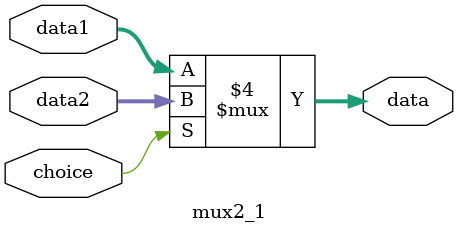
<source format=v>
`timescale 1ns / 1ps
module mux2_1(
	input [31:0] data1,
	input [31:0] data2,
	input choice,
	output reg [31:0] data
    );
	 always @ (*)
	 begin
			if(choice == 1'b0)data = data1;
			else data = data2;
	 end
endmodule

</source>
